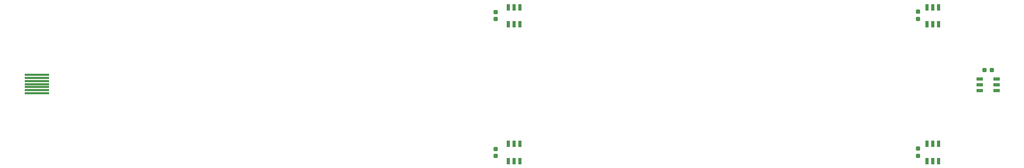
<source format=gts>
G04 #@! TF.GenerationSoftware,KiCad,Pcbnew,7.0.7*
G04 #@! TF.CreationDate,2024-05-14T22:47:58+02:00*
G04 #@! TF.ProjectId,Pinky_V1,50696e6b-795f-4563-912e-6b696361645f,rev?*
G04 #@! TF.SameCoordinates,Original*
G04 #@! TF.FileFunction,Soldermask,Top*
G04 #@! TF.FilePolarity,Negative*
%FSLAX46Y46*%
G04 Gerber Fmt 4.6, Leading zero omitted, Abs format (unit mm)*
G04 Created by KiCad (PCBNEW 7.0.7) date 2024-05-14 22:47:58*
%MOMM*%
%LPD*%
G01*
G04 APERTURE LIST*
G04 Aperture macros list*
%AMRoundRect*
0 Rectangle with rounded corners*
0 $1 Rounding radius*
0 $2 $3 $4 $5 $6 $7 $8 $9 X,Y pos of 4 corners*
0 Add a 4 corners polygon primitive as box body*
4,1,4,$2,$3,$4,$5,$6,$7,$8,$9,$2,$3,0*
0 Add four circle primitives for the rounded corners*
1,1,$1+$1,$2,$3*
1,1,$1+$1,$4,$5*
1,1,$1+$1,$6,$7*
1,1,$1+$1,$8,$9*
0 Add four rect primitives between the rounded corners*
20,1,$1+$1,$2,$3,$4,$5,0*
20,1,$1+$1,$4,$5,$6,$7,0*
20,1,$1+$1,$6,$7,$8,$9,0*
20,1,$1+$1,$8,$9,$2,$3,0*%
G04 Aperture macros list end*
%ADD10R,0.558800X0.977900*%
%ADD11RoundRect,0.155000X0.155000X-0.212500X0.155000X0.212500X-0.155000X0.212500X-0.155000X-0.212500X0*%
%ADD12RoundRect,0.155000X-0.212500X-0.155000X0.212500X-0.155000X0.212500X0.155000X-0.212500X0.155000X0*%
%ADD13R,0.977900X0.558800*%
%ADD14R,4.000000X0.300000*%
G04 APERTURE END LIST*
D10*
X142030000Y-127898750D03*
X141079999Y-127898750D03*
X140129998Y-127898750D03*
X140129998Y-130629250D03*
X141079999Y-130629250D03*
X142030000Y-130629250D03*
D11*
X138129999Y-107831500D03*
X138129999Y-106696500D03*
D12*
X216612500Y-116004000D03*
X217747500Y-116004000D03*
D13*
X218545250Y-119314001D03*
X218545250Y-118364000D03*
X218545250Y-117413999D03*
X215814750Y-117413999D03*
X215814750Y-118364000D03*
X215814750Y-119314001D03*
D11*
X138129999Y-129831500D03*
X138129999Y-128696500D03*
D10*
X209230001Y-127898750D03*
X208280000Y-127898750D03*
X207329999Y-127898750D03*
X207329999Y-130629250D03*
X208280000Y-130629250D03*
X209230001Y-130629250D03*
D14*
X64430000Y-116764000D03*
X64430000Y-117264000D03*
X64430000Y-117764000D03*
X64430000Y-118264000D03*
X64430000Y-118764000D03*
X64430000Y-119264000D03*
X64430000Y-119764000D03*
D11*
X205884999Y-107781500D03*
X205884999Y-106646500D03*
D10*
X142030000Y-105898750D03*
X141079999Y-105898750D03*
X140129998Y-105898750D03*
X140129998Y-108629250D03*
X141079999Y-108629250D03*
X142030000Y-108629250D03*
X209230001Y-105898750D03*
X208280000Y-105898750D03*
X207329999Y-105898750D03*
X207329999Y-108629250D03*
X208280000Y-108629250D03*
X209230001Y-108629250D03*
D11*
X205930001Y-129781500D03*
X205930001Y-128646500D03*
M02*

</source>
